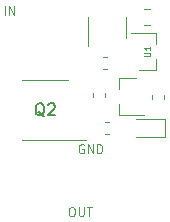
<source format=gbr>
%TF.GenerationSoftware,KiCad,Pcbnew,(5.1.6)-1*%
%TF.CreationDate,2021-05-10T20:56:14-04:00*%
%TF.ProjectId,magswitch,6d616773-7769-4746-9368-2e6b69636164,rev?*%
%TF.SameCoordinates,Original*%
%TF.FileFunction,Legend,Top*%
%TF.FilePolarity,Positive*%
%FSLAX46Y46*%
G04 Gerber Fmt 4.6, Leading zero omitted, Abs format (unit mm)*
G04 Created by KiCad (PCBNEW (5.1.6)-1) date 2021-05-10 20:56:14*
%MOMM*%
%LPD*%
G01*
G04 APERTURE LIST*
%ADD10C,0.125000*%
%ADD11C,0.120000*%
%ADD12C,0.150000*%
%ADD13C,0.075000*%
G04 APERTURE END LIST*
D10*
X-1131000Y918714D02*
X-988142Y918714D01*
X-916714Y883000D01*
X-845285Y811571D01*
X-809571Y668714D01*
X-809571Y418714D01*
X-845285Y275857D01*
X-916714Y204428D01*
X-988142Y168714D01*
X-1131000Y168714D01*
X-1202428Y204428D01*
X-1273857Y275857D01*
X-1309571Y418714D01*
X-1309571Y668714D01*
X-1273857Y811571D01*
X-1202428Y883000D01*
X-1131000Y918714D01*
X-488142Y918714D02*
X-488142Y311571D01*
X-452428Y240142D01*
X-416714Y204428D01*
X-345285Y168714D01*
X-202428Y168714D01*
X-131000Y204428D01*
X-95285Y240142D01*
X-59571Y311571D01*
X-59571Y918714D01*
X190428Y918714D02*
X618999Y918714D01*
X404714Y168714D02*
X404714Y918714D01*
X-63428Y6217000D02*
X-134857Y6252714D01*
X-242000Y6252714D01*
X-349142Y6217000D01*
X-420571Y6145571D01*
X-456285Y6074142D01*
X-491999Y5931285D01*
X-491999Y5824142D01*
X-456285Y5681285D01*
X-420571Y5609857D01*
X-349142Y5538428D01*
X-242000Y5502714D01*
X-170571Y5502714D01*
X-63428Y5538428D01*
X-27714Y5574142D01*
X-27714Y5824142D01*
X-170571Y5824142D01*
X293714Y5502714D02*
X293714Y6252714D01*
X722285Y5502714D01*
X722285Y6252714D01*
X1079428Y5502714D02*
X1079428Y6252714D01*
X1257999Y6252714D01*
X1365142Y6217000D01*
X1436571Y6145571D01*
X1472285Y6074142D01*
X1508000Y5931285D01*
X1508000Y5824142D01*
X1472285Y5681285D01*
X1436571Y5609857D01*
X1365142Y5538428D01*
X1257999Y5502714D01*
X1079428Y5502714D01*
X-6742857Y17186714D02*
X-6742857Y17936714D01*
X-6385714Y17186714D02*
X-6385714Y17936714D01*
X-5957142Y17186714D01*
X-5957142Y17936714D01*
D11*
%TO.C,C1*%
X5075422Y17728000D02*
X5592578Y17728000D01*
X5075422Y16308000D02*
X5592578Y16308000D01*
%TO.C,Q2*%
X-3302000Y6584000D02*
X148000Y6584000D01*
X-3302000Y6584000D02*
X-5252000Y6584000D01*
X-3302000Y11704000D02*
X-1352000Y11704000D01*
X-3302000Y11704000D02*
X-5252000Y11704000D01*
%TO.C,R1*%
X1756221Y8130000D02*
X2081779Y8130000D01*
X1756221Y7110000D02*
X2081779Y7110000D01*
%TO.C,R4*%
X5713000Y10101733D02*
X5713000Y10444267D01*
X6733000Y10101733D02*
X6733000Y10444267D01*
%TO.C,R3*%
X1592733Y13591000D02*
X1935267Y13591000D01*
X1592733Y12571000D02*
X1935267Y12571000D01*
%TO.C,R2*%
X760000Y10242733D02*
X760000Y10585267D01*
X1780000Y10242733D02*
X1780000Y10585267D01*
%TO.C,D1*%
X4393000Y6885000D02*
X6853000Y6885000D01*
X6853000Y6885000D02*
X6853000Y8355000D01*
X6853000Y8355000D02*
X4393000Y8355000D01*
%TO.C,Q1*%
X2923000Y11867000D02*
X4383000Y11867000D01*
X2923000Y8707000D02*
X5083000Y8707000D01*
X2923000Y8707000D02*
X2923000Y9637000D01*
X2923000Y11867000D02*
X2923000Y10937000D01*
%TO.C,U2*%
X295000Y17029000D02*
X295000Y14579000D01*
X3515000Y15229000D02*
X3515000Y17029000D01*
%TO.C,U1*%
X6094000Y12517000D02*
X6094000Y13447000D01*
X6094000Y15677000D02*
X6094000Y14747000D01*
X6094000Y15677000D02*
X3934000Y15677000D01*
X6094000Y12517000D02*
X4634000Y12517000D01*
%TO.C,Q2*%
D12*
X-3397238Y8596380D02*
X-3492476Y8644000D01*
X-3587714Y8739238D01*
X-3730571Y8882095D01*
X-3825809Y8929714D01*
X-3921047Y8929714D01*
X-3873428Y8691619D02*
X-3968666Y8739238D01*
X-4063904Y8834476D01*
X-4111523Y9024952D01*
X-4111523Y9358285D01*
X-4063904Y9548761D01*
X-3968666Y9644000D01*
X-3873428Y9691619D01*
X-3682952Y9691619D01*
X-3587714Y9644000D01*
X-3492476Y9548761D01*
X-3444857Y9358285D01*
X-3444857Y9024952D01*
X-3492476Y8834476D01*
X-3587714Y8739238D01*
X-3682952Y8691619D01*
X-3873428Y8691619D01*
X-3063904Y9596380D02*
X-3016285Y9644000D01*
X-2921047Y9691619D01*
X-2682952Y9691619D01*
X-2587714Y9644000D01*
X-2540095Y9596380D01*
X-2492476Y9501142D01*
X-2492476Y9405904D01*
X-2540095Y9263047D01*
X-3111523Y8691619D01*
X-2492476Y8691619D01*
%TO.C,U1*%
D13*
X5060190Y13716047D02*
X5464952Y13716047D01*
X5512571Y13739857D01*
X5536380Y13763666D01*
X5560190Y13811285D01*
X5560190Y13906523D01*
X5536380Y13954142D01*
X5512571Y13977952D01*
X5464952Y14001761D01*
X5060190Y14001761D01*
X5560190Y14501761D02*
X5560190Y14216047D01*
X5560190Y14358904D02*
X5060190Y14358904D01*
X5131619Y14311285D01*
X5179238Y14263666D01*
X5203047Y14216047D01*
%TD*%
M02*

</source>
